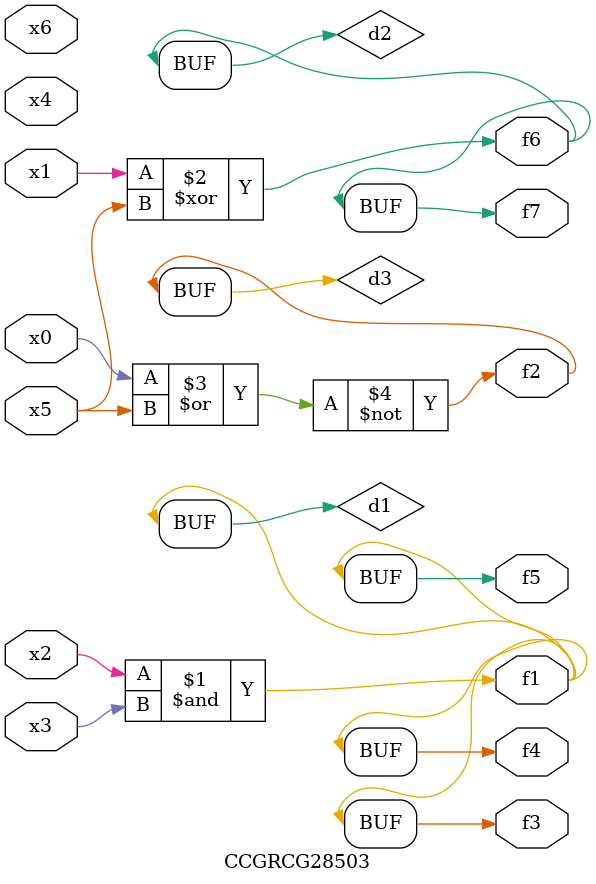
<source format=v>
module CCGRCG28503(
	input x0, x1, x2, x3, x4, x5, x6,
	output f1, f2, f3, f4, f5, f6, f7
);

	wire d1, d2, d3;

	and (d1, x2, x3);
	xor (d2, x1, x5);
	nor (d3, x0, x5);
	assign f1 = d1;
	assign f2 = d3;
	assign f3 = d1;
	assign f4 = d1;
	assign f5 = d1;
	assign f6 = d2;
	assign f7 = d2;
endmodule

</source>
